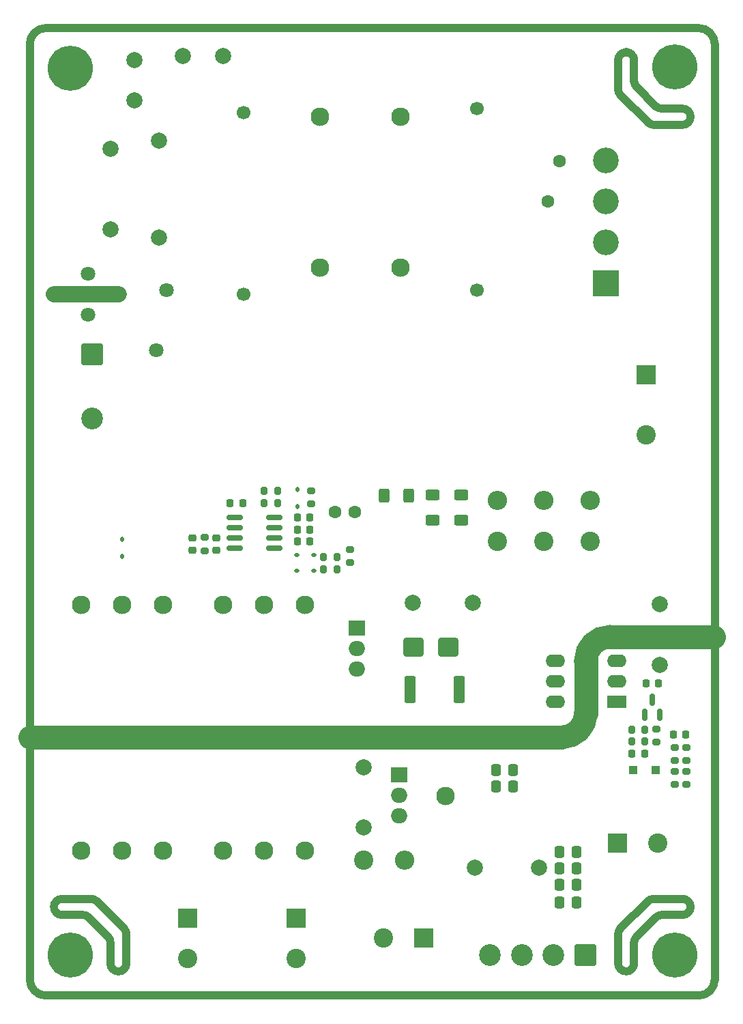
<source format=gbr>
%TF.GenerationSoftware,KiCad,Pcbnew,8.0.0-rc3-2-g1717f39daf*%
%TF.CreationDate,2024-02-17T21:45:03+01:00*%
%TF.ProjectId,ACDC150V24,41434443-3135-4305-9632-342e6b696361,rev?*%
%TF.SameCoordinates,Original*%
%TF.FileFunction,Soldermask,Top*%
%TF.FilePolarity,Negative*%
%FSLAX46Y46*%
G04 Gerber Fmt 4.6, Leading zero omitted, Abs format (unit mm)*
G04 Created by KiCad (PCBNEW 8.0.0-rc3-2-g1717f39daf) date 2024-02-17 21:45:03*
%MOMM*%
%LPD*%
G01*
G04 APERTURE LIST*
G04 Aperture macros list*
%AMRoundRect*
0 Rectangle with rounded corners*
0 $1 Rounding radius*
0 $2 $3 $4 $5 $6 $7 $8 $9 X,Y pos of 4 corners*
0 Add a 4 corners polygon primitive as box body*
4,1,4,$2,$3,$4,$5,$6,$7,$8,$9,$2,$3,0*
0 Add four circle primitives for the rounded corners*
1,1,$1+$1,$2,$3*
1,1,$1+$1,$4,$5*
1,1,$1+$1,$6,$7*
1,1,$1+$1,$8,$9*
0 Add four rect primitives between the rounded corners*
20,1,$1+$1,$2,$3,$4,$5,0*
20,1,$1+$1,$4,$5,$6,$7,0*
20,1,$1+$1,$6,$7,$8,$9,0*
20,1,$1+$1,$8,$9,$2,$3,0*%
G04 Aperture macros list end*
%ADD10C,1.000000*%
%ADD11C,3.000000*%
%ADD12C,2.000000*%
%ADD13C,2.400000*%
%ADD14O,2.400000X2.400000*%
%ADD15O,2.000000X1.905000*%
%ADD16R,2.000000X1.905000*%
%ADD17RoundRect,0.200000X-0.275000X0.200000X-0.275000X-0.200000X0.275000X-0.200000X0.275000X0.200000X0*%
%ADD18RoundRect,0.200000X-0.200000X-0.275000X0.200000X-0.275000X0.200000X0.275000X-0.200000X0.275000X0*%
%ADD19RoundRect,0.200000X0.275000X-0.200000X0.275000X0.200000X-0.275000X0.200000X-0.275000X-0.200000X0*%
%ADD20C,3.600000*%
%ADD21C,5.600000*%
%ADD22RoundRect,0.250000X0.625000X-0.400000X0.625000X0.400000X-0.625000X0.400000X-0.625000X-0.400000X0*%
%ADD23R,3.200000X3.200000*%
%ADD24C,3.200000*%
%ADD25C,1.800000*%
%ADD26RoundRect,0.250000X-0.337500X-0.475000X0.337500X-0.475000X0.337500X0.475000X-0.337500X0.475000X0*%
%ADD27RoundRect,0.225000X-0.250000X0.225000X-0.250000X-0.225000X0.250000X-0.225000X0.250000X0.225000X0*%
%ADD28C,2.000000*%
%ADD29RoundRect,0.225000X-0.225000X-0.250000X0.225000X-0.250000X0.225000X0.250000X-0.225000X0.250000X0*%
%ADD30RoundRect,0.250000X0.337500X0.475000X-0.337500X0.475000X-0.337500X-0.475000X0.337500X-0.475000X0*%
%ADD31RoundRect,0.225000X0.250000X-0.225000X0.250000X0.225000X-0.250000X0.225000X-0.250000X-0.225000X0*%
%ADD32R,2.400000X2.400000*%
%ADD33C,1.700000*%
%ADD34RoundRect,0.200000X0.200000X0.275000X-0.200000X0.275000X-0.200000X-0.275000X0.200000X-0.275000X0*%
%ADD35RoundRect,0.112500X-0.112500X0.187500X-0.112500X-0.187500X0.112500X-0.187500X0.112500X0.187500X0*%
%ADD36RoundRect,0.249999X-0.450001X-1.425001X0.450001X-1.425001X0.450001X1.425001X-0.450001X1.425001X0*%
%ADD37RoundRect,0.112500X0.112500X-0.187500X0.112500X0.187500X-0.112500X0.187500X-0.112500X-0.187500X0*%
%ADD38R,2.400000X1.600000*%
%ADD39O,2.400000X1.600000*%
%ADD40RoundRect,0.112500X0.187500X0.112500X-0.187500X0.112500X-0.187500X-0.112500X0.187500X-0.112500X0*%
%ADD41C,1.600000*%
%ADD42RoundRect,0.150000X0.150000X-0.587500X0.150000X0.587500X-0.150000X0.587500X-0.150000X-0.587500X0*%
%ADD43C,2.300000*%
%ADD44RoundRect,0.250000X-0.400000X-0.625000X0.400000X-0.625000X0.400000X0.625000X-0.400000X0.625000X0*%
%ADD45RoundRect,0.250001X-1.099999X1.099999X-1.099999X-1.099999X1.099999X-1.099999X1.099999X1.099999X0*%
%ADD46C,2.700000*%
%ADD47RoundRect,0.250000X-0.625000X0.400000X-0.625000X-0.400000X0.625000X-0.400000X0.625000X0.400000X0*%
%ADD48RoundRect,0.250001X1.099999X1.099999X-1.099999X1.099999X-1.099999X-1.099999X1.099999X-1.099999X0*%
%ADD49RoundRect,0.250000X0.300000X0.300000X-0.300000X0.300000X-0.300000X-0.300000X0.300000X-0.300000X0*%
%ADD50RoundRect,0.225000X0.225000X0.250000X-0.225000X0.250000X-0.225000X-0.250000X0.225000X-0.250000X0*%
%ADD51RoundRect,0.250000X1.000000X0.900000X-1.000000X0.900000X-1.000000X-0.900000X1.000000X-0.900000X0*%
%ADD52RoundRect,0.112500X-0.187500X-0.112500X0.187500X-0.112500X0.187500X0.112500X-0.187500X0.112500X0*%
%ADD53RoundRect,0.150000X-0.825000X-0.150000X0.825000X-0.150000X0.825000X0.150000X-0.825000X0.150000X0*%
G04 APERTURE END LIST*
D10*
X109607107Y-131192893D02*
X106192893Y-134607107D01*
X32900000Y-24900000D02*
G75*
G02*
X34900000Y-22900000I2000000J0D01*
G01*
X109607107Y-131192893D02*
G75*
G02*
X110314214Y-130900039I707093J-707207D01*
G01*
X107900000Y-138900000D02*
X107900000Y-136314214D01*
X44607107Y-134607107D02*
G75*
G02*
X44899961Y-135314214I-707207J-707093D01*
G01*
X113900000Y-32900000D02*
G75*
G02*
X114900000Y-33900000I0J-1000000D01*
G01*
D11*
X101900000Y-101400000D02*
G75*
G02*
X104900000Y-98400000I3000000J0D01*
G01*
D10*
X40192893Y-133192893D02*
X42607107Y-135607107D01*
X110314214Y-34900000D02*
X113900000Y-34900000D01*
X114900000Y-131900000D02*
X114900000Y-131900000D01*
D12*
X35900000Y-55900000D02*
X43900000Y-55900000D01*
D10*
X117900000Y-24900000D02*
X117900000Y-140900000D01*
X114900000Y-33900000D02*
X114900000Y-33900000D01*
X106900000Y-139900000D02*
G75*
G02*
X105900000Y-138900000I0J1000000D01*
G01*
X44900000Y-138900000D02*
G75*
G02*
X43900000Y-139900000I-1000000J0D01*
G01*
X106900000Y-139900000D02*
X106900000Y-139900000D01*
X117900000Y-140900000D02*
G75*
G02*
X115900000Y-142900000I-2000000J0D01*
G01*
D11*
X117736000Y-98400000D02*
X104900000Y-98400000D01*
D10*
X107900000Y-136314214D02*
G75*
G02*
X108192886Y-135607100I1000000J14D01*
G01*
X105900000Y-26900000D02*
X105900000Y-30485786D01*
X107900000Y-138900000D02*
G75*
G02*
X106900000Y-139900000I-1000000J0D01*
G01*
X110607107Y-133192893D02*
G75*
G02*
X111314214Y-132900010I707093J-707107D01*
G01*
X105900000Y-135314214D02*
G75*
G02*
X106192907Y-134607121I999900J14D01*
G01*
X39485786Y-132900000D02*
G75*
G02*
X40192900Y-133192886I14J-1000000D01*
G01*
X44900000Y-138900000D02*
X44900000Y-135314214D01*
X36900000Y-132900000D02*
G75*
G02*
X35900000Y-131900000I0J1000000D01*
G01*
X110314214Y-34900000D02*
G75*
G02*
X109607100Y-34607114I-14J1000000D01*
G01*
X105900000Y-26900000D02*
G75*
G02*
X106900000Y-25900000I1000000J0D01*
G01*
X35900000Y-131900000D02*
G75*
G02*
X36900000Y-130900000I1000000J0D01*
G01*
X114900000Y-33900000D02*
G75*
G02*
X113900000Y-34900000I-1000000J0D01*
G01*
X110607107Y-32607107D02*
X108192893Y-30192893D01*
D11*
X98900000Y-110874000D02*
X32900000Y-110874000D01*
D10*
X107900000Y-29485786D02*
X107900000Y-26900000D01*
X34900000Y-142900000D02*
G75*
G02*
X32900000Y-140900000I0J2000000D01*
G01*
X106192893Y-31192893D02*
G75*
G02*
X105900039Y-30485786I707207J707093D01*
G01*
X36900000Y-132900000D02*
X39485786Y-132900000D01*
X42607107Y-135607107D02*
G75*
G02*
X42899990Y-136314214I-707107J-707093D01*
G01*
X111314214Y-132900000D02*
X113900000Y-132900000D01*
X40485786Y-130900000D02*
X36900000Y-130900000D01*
X106900000Y-25900000D02*
X106900000Y-25900000D01*
X44607107Y-134607107D02*
X41192893Y-131192893D01*
X43900000Y-139900000D02*
X43900000Y-139900000D01*
X105900000Y-135314214D02*
X105900000Y-138900000D01*
X115900000Y-142900000D02*
X34900000Y-142900000D01*
X113900000Y-130900000D02*
X110314214Y-130900000D01*
X114900000Y-131900000D02*
G75*
G02*
X113900000Y-132900000I-1000000J0D01*
G01*
X32900000Y-140900000D02*
X32900000Y-24900000D01*
X113900000Y-130900000D02*
G75*
G02*
X114900000Y-131900000I0J-1000000D01*
G01*
X43900000Y-139900000D02*
G75*
G02*
X42900000Y-138900000I0J1000000D01*
G01*
X106900000Y-25900000D02*
G75*
G02*
X107900000Y-26900000I0J-1000000D01*
G01*
X111314214Y-32900000D02*
G75*
G02*
X110607121Y-32607093I-14J999900D01*
G01*
X40485786Y-130900000D02*
G75*
G02*
X41192879Y-131192907I14J-999900D01*
G01*
X106192893Y-31192893D02*
X109607107Y-34607107D01*
D11*
X101900000Y-101400000D02*
X101900000Y-107874000D01*
D10*
X108192893Y-135607107D02*
X110607107Y-133192893D01*
X35900000Y-131900000D02*
X35900000Y-131900000D01*
D11*
X101900000Y-107874000D02*
G75*
G02*
X98900000Y-110874000I-3000000J0D01*
G01*
D10*
X113900000Y-32900000D02*
X111314214Y-32900000D01*
X108192893Y-30192893D02*
G75*
G02*
X107900010Y-29485786I707107J707093D01*
G01*
X115900000Y-22900000D02*
G75*
G02*
X117900000Y-24900000I0J-2000000D01*
G01*
X42900000Y-136314214D02*
X42900000Y-138900000D01*
X34900000Y-22900000D02*
X115900000Y-22900000D01*
D13*
%TO.C,R22*%
X102400000Y-86540000D03*
D14*
X102400000Y-81460000D03*
%TD*%
D15*
%TO.C,Q1*%
X73455000Y-102440000D03*
X73455000Y-99900000D03*
D16*
X73455000Y-97360000D03*
%TD*%
D17*
%TO.C,R15*%
X112900000Y-115075000D03*
X112900000Y-116725000D03*
%TD*%
%TO.C,R17*%
X114400000Y-112103000D03*
X114400000Y-113753000D03*
%TD*%
D18*
%TO.C,R12*%
X107575000Y-111400000D03*
X109225000Y-111400000D03*
%TD*%
D19*
%TO.C,R18*%
X112900000Y-113753000D03*
X112900000Y-112103000D03*
%TD*%
D20*
%TO.C,H2*%
X112900000Y-137900000D03*
D21*
X112900000Y-137900000D03*
%TD*%
D22*
%TO.C,R6*%
X86400000Y-83950000D03*
X86400000Y-80850000D03*
%TD*%
D23*
%TO.C,D6*%
X104400000Y-54560000D03*
D24*
X104400000Y-49480000D03*
X104400000Y-44400000D03*
X104400000Y-39320000D03*
%TD*%
D25*
%TO.C,F1*%
X40100000Y-58440000D03*
X40100000Y-53360000D03*
%TD*%
D26*
%TO.C,C17*%
X98664500Y-125098500D03*
X100739500Y-125098500D03*
%TD*%
D25*
%TO.C,RV1*%
X49900000Y-55400000D03*
X48600000Y-62900000D03*
%TD*%
D27*
%TO.C,C2*%
X56075000Y-86125000D03*
X56075000Y-87675000D03*
%TD*%
D28*
%TO.C,SW1*%
X42900000Y-37900000D03*
X48900000Y-36900000D03*
X42900000Y-47900000D03*
X48900000Y-48900000D03*
%TD*%
D29*
%TO.C,C4*%
X66125000Y-85100000D03*
X67675000Y-85100000D03*
%TD*%
D28*
%TO.C,C12*%
X111081200Y-101895200D03*
X111081200Y-94395200D03*
%TD*%
D30*
%TO.C,C20*%
X100739500Y-129184000D03*
X98664500Y-129184000D03*
%TD*%
D28*
%TO.C,C28*%
X74302000Y-122072000D03*
X74302000Y-114572000D03*
%TD*%
D31*
%TO.C,C10*%
X53100000Y-87675000D03*
X53100000Y-86125000D03*
%TD*%
D32*
%TO.C,C25*%
X52458000Y-133274541D03*
D13*
X52458000Y-138274541D03*
%TD*%
D33*
%TO.C,C7*%
X59400000Y-33400000D03*
X59400000Y-55900000D03*
%TD*%
D34*
%TO.C,R3*%
X71025000Y-90000000D03*
X69375000Y-90000000D03*
%TD*%
D29*
%TO.C,C5*%
X66125000Y-83600000D03*
X67675000Y-83600000D03*
%TD*%
D34*
%TO.C,R2*%
X71025000Y-88525000D03*
X69375000Y-88525000D03*
%TD*%
D35*
%TO.C,D4*%
X44330000Y-86351000D03*
X44330000Y-88451000D03*
%TD*%
D32*
%TO.C,C24*%
X65920000Y-133274541D03*
D13*
X65920000Y-138274541D03*
%TD*%
D14*
%TO.C,R20*%
X90900000Y-81460000D03*
D13*
X90900000Y-86540000D03*
%TD*%
D36*
%TO.C,R5*%
X80100000Y-104900000D03*
X86200000Y-104900000D03*
%TD*%
D37*
%TO.C,D3*%
X66100000Y-82250000D03*
X66100000Y-80150000D03*
%TD*%
D38*
%TO.C,U2*%
X105725000Y-106425000D03*
D39*
X105725000Y-103885000D03*
X105725000Y-101345000D03*
X98105000Y-101345000D03*
X98105000Y-103885000D03*
X98105000Y-106425000D03*
%TD*%
D33*
%TO.C,C11*%
X88400000Y-32900000D03*
X88400000Y-55400000D03*
%TD*%
D32*
%TO.C,C16*%
X109400000Y-65900000D03*
D13*
X109400000Y-73400000D03*
%TD*%
D30*
%TO.C,C27*%
X92865500Y-114960000D03*
X90790500Y-114960000D03*
%TD*%
D40*
%TO.C,D2*%
X66050000Y-90200000D03*
X68150000Y-90200000D03*
%TD*%
D41*
%TO.C,C6*%
X70766000Y-82900000D03*
X73266000Y-82900000D03*
%TD*%
D13*
%TO.C,R19*%
X96650000Y-86540000D03*
D14*
X96650000Y-81460000D03*
%TD*%
D32*
%TO.C,C23*%
X105824541Y-124003541D03*
D13*
X110824541Y-124003541D03*
%TD*%
D42*
%TO.C,U3*%
X109200000Y-108087500D03*
X111100000Y-108087500D03*
X110150000Y-106212500D03*
%TD*%
D43*
%TO.C,FL1*%
X68900000Y-52650000D03*
X78900000Y-52650000D03*
X68900000Y-33900000D03*
X78900000Y-33900000D03*
%TD*%
D29*
%TO.C,C14*%
X109375000Y-104150000D03*
X110925000Y-104150000D03*
%TD*%
D28*
%TO.C,C21*%
X87900000Y-94150000D03*
X80400000Y-94150000D03*
%TD*%
D44*
%TO.C,R8*%
X76850000Y-80900000D03*
X79950000Y-80900000D03*
%TD*%
D20*
%TO.C,H4*%
X112900000Y-27700000D03*
D21*
X112900000Y-27700000D03*
%TD*%
D28*
%TO.C,C9*%
X45900000Y-31900000D03*
X45900000Y-26900000D03*
%TD*%
D26*
%TO.C,C26*%
X90790500Y-116992000D03*
X92865500Y-116992000D03*
%TD*%
D29*
%TO.C,C1*%
X57775000Y-81840000D03*
X59325000Y-81840000D03*
%TD*%
D13*
%TO.C,R21*%
X74317000Y-126136000D03*
D14*
X79397000Y-126136000D03*
%TD*%
D17*
%TO.C,R16*%
X114400000Y-115075000D03*
X114400000Y-116725000D03*
%TD*%
D41*
%TO.C,TH1*%
X97150000Y-44400000D03*
X98650000Y-39400000D03*
%TD*%
D19*
%TO.C,R1*%
X54600000Y-87725000D03*
X54600000Y-86075000D03*
%TD*%
D45*
%TO.C,J1*%
X40650000Y-63400000D03*
D46*
X40650000Y-71320000D03*
%TD*%
D29*
%TO.C,C15*%
X112770000Y-110515000D03*
X114320000Y-110515000D03*
%TD*%
D43*
%TO.C,TR1*%
X67060000Y-94400000D03*
X61980000Y-94400000D03*
X56900000Y-94400000D03*
X49407000Y-94400000D03*
X44327000Y-94400000D03*
X39247000Y-94400000D03*
X39247000Y-124880000D03*
X44327000Y-124880000D03*
X49407000Y-124880000D03*
X56900000Y-124880000D03*
X61980000Y-124880000D03*
X67060000Y-124880000D03*
%TD*%
D47*
%TO.C,R7*%
X82900000Y-80850000D03*
X82900000Y-83950000D03*
%TD*%
D26*
%TO.C,C19*%
X98664500Y-131343000D03*
X100739500Y-131343000D03*
%TD*%
D28*
%TO.C,C8*%
X56900000Y-26400000D03*
X51900000Y-26400000D03*
%TD*%
D19*
%TO.C,R4*%
X72600000Y-87575000D03*
X72600000Y-89225000D03*
%TD*%
D34*
%TO.C,R11*%
X63650000Y-81840000D03*
X62000000Y-81840000D03*
%TD*%
D48*
%TO.C,J2*%
X101860000Y-137900000D03*
D46*
X97900000Y-137900000D03*
X93940000Y-137900000D03*
X89980000Y-137900000D03*
%TD*%
D49*
%TO.C,D5*%
X110550000Y-114900000D03*
X107750000Y-114900000D03*
%TD*%
D50*
%TO.C,C13*%
X109175000Y-112900000D03*
X107625000Y-112900000D03*
%TD*%
D34*
%TO.C,R13*%
X109225000Y-109900000D03*
X107575000Y-109900000D03*
%TD*%
D19*
%TO.C,R9*%
X67800000Y-81925000D03*
X67800000Y-80275000D03*
%TD*%
D34*
%TO.C,R10*%
X63650000Y-80340000D03*
X62000000Y-80340000D03*
%TD*%
D16*
%TO.C,D8*%
X78714000Y-115558000D03*
D15*
X78714000Y-118098000D03*
X78714000Y-120638000D03*
%TD*%
D29*
%TO.C,C3*%
X66125000Y-86600000D03*
X67675000Y-86600000D03*
%TD*%
D43*
%TO.C,HS2*%
X84462000Y-118135000D03*
%TD*%
D20*
%TO.C,H3*%
X37900000Y-137900000D03*
D21*
X37900000Y-137900000D03*
%TD*%
D30*
%TO.C,C18*%
X100739500Y-127152000D03*
X98664500Y-127152000D03*
%TD*%
D32*
%TO.C,C22*%
X81768459Y-135788000D03*
D13*
X76768459Y-135788000D03*
%TD*%
D19*
%TO.C,R14*%
X110624000Y-111467000D03*
X110624000Y-109817000D03*
%TD*%
D51*
%TO.C,D7*%
X84800000Y-99650000D03*
X80500000Y-99650000D03*
%TD*%
D52*
%TO.C,D1*%
X66050000Y-88300000D03*
X68150000Y-88300000D03*
%TD*%
D28*
%TO.C,L1*%
X96100000Y-127000000D03*
X88100000Y-127000000D03*
%TD*%
D53*
%TO.C,U1*%
X58300000Y-83590000D03*
X58300000Y-84860000D03*
X58300000Y-86130000D03*
X58300000Y-87400000D03*
X63250000Y-87400000D03*
X63250000Y-86130000D03*
X63250000Y-84860000D03*
X63250000Y-83590000D03*
%TD*%
D20*
%TO.C,H1*%
X37900000Y-27900000D03*
D21*
X37900000Y-27900000D03*
%TD*%
M02*

</source>
